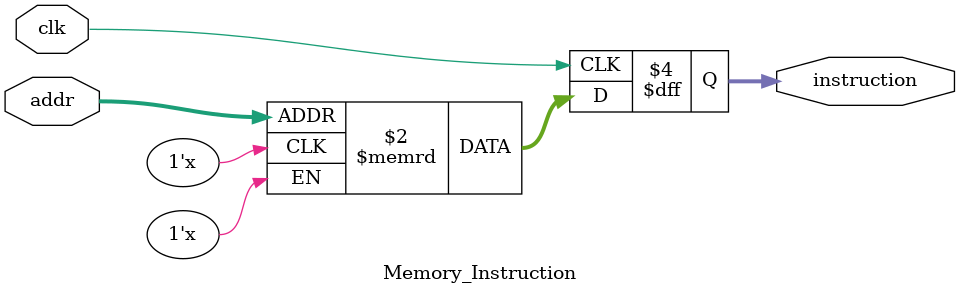
<source format=v>

module Memory_Instruction
#(parameter DATA_WIDTH=32, parameter ADDR_WIDTH=32)
(
	input [(ADDR_WIDTH-1):0] addr,
	input clk,
 
	output reg [(DATA_WIDTH-1):0] instruction
);

	// Declare the ROM variable
	reg [31:0] rom[49:0];

	initial
	begin
		//$readmemb("software.txt", rom);
		
		//TIPOS DE INSTRUCOES:
		//rom[0] <= 32'b000000_00000_00000_00000_00000_000000; //Tipo R
		//rom[0] <= 32'b000000_00000_00000_0000000000000000; 	 //Tipo I
		//rom[0] <= 32'b000000_00000000000000000000000000; 	 //Tipo J
	end

	always @ (posedge clk)
	begin
		instruction <= rom[addr];
	end

endmodule 
</source>
